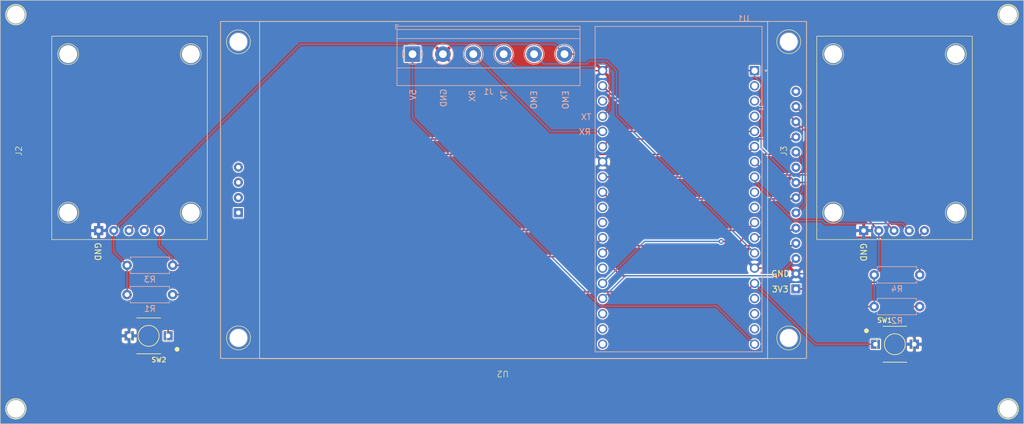
<source format=kicad_pcb>
(kicad_pcb (version 20221018) (generator pcbnew)
  (layers (0 "F.Cu" signal) (31 "B.Cu" signal) (34 "B.Paste" user) (35 "F.Paste" user) (36 "B.SilkS" user "B.Silkscreen") (37 "F.SilkS" user "F.Silkscreen") (38 "B.Mask" user) (39 "F.Mask" user) (44 "Edge.Cuts" user))
  (net 0 "")
  (net 1 "3V3")
  (net 2 "GND")
  (net 3 "RX")
  (net 4 "TX")
  (net 6 "5V")
  (net 9 "VRX1")
  (net 10 "VRY1")
  (net 11 "SWJ1")
  (net 12 "VRX2")
  (net 15 "VRY2")
  (net 16 "SWJ2")
  (net 17 "SW1")
  (net 21 "SW2")
  (net 23 "SDI")
  (net 24 "TCS")
  (net 25 "TD0")
  (net 28 "SCK")
  (net 29 "RESET")
  (net 31 "DC{slash}RS")
  (net 32 "CS")
  (net 42 "EMO0")
  (footprint "SW_FSM8JH:SW_FSM8JH_huella" (layer "F.Cu") (at 219.45 87.1)
    (fp_text reference "SW1" (at -1.71258 -4.01401) (layer "F.SilkS") (effects (font (size 0.801197 0.801197))))
    (fp_text value "SW_Push")
    (fp_line (start -3 -1) (end -3 1) (stroke (width 0.127)) (layer "F.SilkS"))
    (fp_line (start -2 -3) (end 2 -3) (stroke (width 0.127)) (layer "F.SilkS"))
    (fp_line (start -2 3) (end 2 3) (stroke (width 0.127)) (layer "F.SilkS"))
    (fp_line (start 3 -1) (end 3 1) (stroke (width 0.127)) (layer "F.SilkS"))
    (fp_circle (center -4.75 -2.25) (end -4.55 -2.25) (stroke (width 0.4)) (fill none) (layer "F.SilkS"))
    (fp_circle (center 0 0) (end 1.75 0) (stroke (width 0.127)) (fill none) (layer "F.SilkS"))
    (pad "1" thru_hole rect (at -3.25 0) (size 1.524 1.524) (drill 0.762) (layers "*.Cu" "*.Mask") (net 17 "SW1"))
    (pad "2" thru_hole rect (at 3.25 0) (size 1.524 1.524) (drill 0.762) (layers "*.Cu" "*.Mask") (net 2 "GND"))
  )
  (footprint "KY-023 huella:KY-023 Joystick-Module" (layer "F.Cu") (at 73.5 54.8 90)
    (fp_text reference "J2" (at 0 -0.5 90 unlocked) (layer "F.SilkS") (effects (font (thickness 0.1))))
    (fp_text value "KY-023")
    (fp_rect (start -14.8 5) (end 19.2 31) (stroke (width 0.1)) (fill none) (layer "F.SilkS"))
    (fp_circle (center -10.3 7.75) (end -8.55 7.75) (stroke (width 0.1)) (fill none) (layer "F.SilkS"))
    (fp_circle (center -10.3 28.25) (end -8.55 28.25) (stroke (width 0.1)) (fill none) (layer "F.SilkS"))
    (fp_circle (center 16.2 7.75) (end 17.95 7.75) (stroke (width 0.1)) (fill none) (layer "F.SilkS"))
    (fp_circle (center 16.2 28.25) (end 17.95 28.25) (stroke (width 0.1)) (fill none) (layer "F.SilkS"))
    (fp_circle (center -10.3 7.75) (end -8.8 7.75) (stroke (width 0.05)) (fill none) (layer "Edge.Cuts"))
    (fp_circle (center -10.3 28.25) (end -8.8 28.25) (stroke (width 0.05)) (fill none) (layer "Edge.Cuts"))
    (fp_circle (center 16.2 7.75) (end 17.7 7.75) (stroke (width 0.05)) (fill none) (layer "Edge.Cuts"))
    (fp_circle (center 16.2 28.25) (end 17.7 28.25) (stroke (width 0.05)) (fill none) (layer "Edge.Cuts"))
    (pad "1" thru_hole rect (at -13.3 12.84 90) (size 1.524 1.524) (drill 0.762) (layers "*.Cu" "*.Mask") (net 2 "GND"))
    (pad "2" thru_hole circle (at -13.3 15.38 90) (size 1.524 1.524) (drill 0.762) (layers "*.Cu" "*.Mask") (net 1 "3V3"))
    (pad "3" thru_hole circle (at -13.3 17.92 90) (size 1.524 1.524) (drill 0.762) (layers "*.Cu" "*.Mask") (net 9 "VRX1"))
    (pad "4" thru_hole circle (at -13.3 20.46 90) (size 1.524 1.524) (drill 0.762) (layers "*.Cu" "*.Mask") (net 10 "VRY1"))
    (pad "5" thru_hole circle (at -13.3 23 90) (size 1.524 1.524) (drill 0.762) (layers "*.Cu" "*.Mask") (net 11 "SWJ1"))
  )
  (footprint "ili9488_huella:TFT_ILI9488" (layer "F.Cu") (at 153.912 91.55 180)
    (fp_text reference "U2" (at 0 -0.5 180 unlocked) (layer "F.SilkS") (effects (font (thickness 0.1))))
    (fp_text value "TFT_ILI9488")
    (fp_rect (start -50.79 2.08) (end 47.2 58.42) (stroke (width 0.1)) (fill none) (layer "B.SilkS"))
    (fp_rect (start -50.78 2.08) (end 47.2 58.43) (stroke (width 0.1)) (fill none) (layer "F.SilkS"))
    (fp_rect (start -44.27 2.03) (end 40.66 58.42) (stroke (width 0.1)) (fill none) (layer "F.SilkS"))
    (fp_circle (center -47.8 5.5) (end -45.8 5.5) (stroke (width 0.1)) (fill none) (layer "F.SilkS"))
    (fp_circle (center -47.8 55.02) (end -45.8 55.02) (stroke (width 0.1)) (fill none) (layer "F.SilkS"))
    (fp_circle (center 44.19 5.51) (end 46.19 5.51) (stroke (width 0.1)) (fill none) (layer "F.SilkS"))
    (fp_circle (center 44.2 55) (end 46.2 55) (stroke (width 0.1)) (fill none) (layer "F.SilkS"))
    (fp_circle (center -47.8 5.5) (end -46.3 5.5) (stroke (width 0.05)) (fill none) (layer "Edge.Cuts"))
    (fp_circle (center -47.8 55.02) (end -46.3 55.02) (stroke (width 0.05)) (fill none) (layer "Edge.Cuts"))
    (fp_circle (center 44.19 5.51) (end 45.69 5.51) (stroke (width 0.05)) (fill none) (layer "Edge.Cuts"))
    (fp_circle (center 44.2 55) (end 45.7 55) (stroke (width 0.05)) (fill none) (layer "Edge.Cuts"))
    (pad "1" thru_hole rect (at -49 13.7 180) (size 1.524 1.524) (drill 0.762) (layers "*.Cu" "*.Mask") (net 1 "3V3"))
    (pad "2" thru_hole circle (at -49 16.24 180) (size 1.524 1.524) (drill 0.762) (layers "*.Cu" "*.Mask") (net 2 "GND"))
    (pad "3" thru_hole circle (at -49 18.78 180) (size 1.524 1.524) (drill 0.762) (layers "*.Cu" "*.Mask") (net 32 "CS"))
    (pad "4" thru_hole circle (at -49 21.32 180) (size 1.524 1.524) (drill 0.762) (layers "*.Cu" "*.Mask") (net 29 "RESET"))
    (pad "5" thru_hole circle (at -49 23.86 180) (size 1.524 1.524) (drill 0.762) (layers "*.Cu" "*.Mask") (net 31 "DC{slash}RS"))
    (pad "6" thru_hole circle (at -49 26.4 180) (size 1.524 1.524) (drill 0.762) (layers "*.Cu" "*.Mask") (net 23 "SDI"))
    (pad "7" thru_hole circle (at -49 28.94 180) (size 1.524 1.524) (drill 0.762) (layers "*.Cu" "*.Mask") (net 28 "SCK"))
    (pad "8" thru_hole circle (at -49 31.48 180) (size 1.524 1.524) (drill 0.762) (layers "*.Cu" "*.Mask") (net 1 "3V3"))
    (pad "9" thru_hole circle (at -49 34.02 180) (size 1.524 1.524) (drill 0.762) (layers "*.Cu" "*.Mask"))
    (pad "10" thru_hole circle (at -49 36.56 180) (size 1.524 1.524) (drill 0.762) (layers "*.Cu" "*.Mask") (net 28 "SCK"))
    (pad "11" thru_hole circle (at -49 39.1 180) (size 1.524 1.524) (drill 0.762) (layers "*.Cu" "*.Mask") (net 24 "TCS"))
    (pad "12" thru_hole circle (at -49 41.64 180) (size 1.524 1.524) (drill 0.762) (layers "*.Cu" "*.Mask") (net 23 "SDI"))
    (pad "13" thru_hole circle (at -49 44.18 180) (size 1.524 1.524) (drill 0.762) (layers "*.Cu" "*.Mask") (net 25 "TD0"))
    (pad "14" thru_hole circle (at -49 46.72 180) (size 1.524 1.524) (drill 0.762) (layers "*.Cu" "*.Mask"))
    (pad "15" thru_hole rect (at 44.212 26.43 180) (size 1.524 1.524) (drill 0.762) (layers "*.Cu" "*.Mask"))
    (pad "16" thru_hole circle (at 44.212 28.97 180) (size 1.524 1.524) (drill 0.762) (layers "*.Cu" "*.Mask"))
    (pad "17" thru_hole circle (at 44.212 31.51 180) (size 1.524 1.524) (drill 0.762) (layers "*.Cu" "*.Mask"))
    (pad "18" thru_hole circle (at 44.212 34.05 180) (size 1.524 1.524) (drill 0.762) (layers "*.Cu" "*.Mask"))
  )
  (footprint "SW_FSM8JH:SW_FSM8JH_huella" (layer "F.Cu") (at 94.7 85.6975 180)
    (fp_text reference "SW2" (at -1.71258 -4.01401) (layer "F.SilkS") (effects (font (size 0.801197 0.801197))))
    (fp_text value "SW_Push")
    (fp_line (start -3 -1) (end -3 1) (stroke (width 0.127)) (layer "F.SilkS"))
    (fp_line (start -2 -3) (end 2 -3) (stroke (width 0.127)) (layer "F.SilkS"))
    (fp_line (start -2 3) (end 2 3) (stroke (width 0.127)) (layer "F.SilkS"))
    (fp_line (start 3 -1) (end 3 1) (stroke (width 0.127)) (layer "F.SilkS"))
    (fp_circle (center -4.75 -2.25) (end -4.55 -2.25) (stroke (width 0.4)) (fill none) (layer "F.SilkS"))
    (fp_circle (center 0 0) (end 1.75 0) (stroke (width 0.127)) (fill none) (layer "F.SilkS"))
    (pad "1" thru_hole rect (at -3.25 0 180) (size 1.524 1.524) (drill 0.762) (layers "*.Cu" "*.Mask") (net 21 "SW2"))
    (pad "2" thru_hole rect (at 3.25 0 180) (size 1.524 1.524) (drill 0.762) (layers "*.Cu" "*.Mask") (net 2 "GND"))
  )
  (footprint "KY-023 huella:KY-023 Joystick-Module" (layer "F.Cu") (at 201.4 54.8 90)
    (fp_text reference "J3" (at 0 -0.5 90 unlocked) (layer "F.SilkS") (effects (font (thickness 0.1))))
    (fp_text value "KY-023")
    (fp_rect (start -14.8 5) (end 19.2 31) (stroke (width 0.1)) (fill none) (layer "F.SilkS"))
    (fp_circle (center -10.3 7.75) (end -8.55 7.75) (stroke (width 0.1)) (fill none) (layer "F.SilkS"))
    (fp_circle (center -10.3 28.25) (end -8.55 28.25) (stroke (width 0.1)) (fill none) (layer "F.SilkS"))
    (fp_circle (center 16.2 7.75) (end 17.95 7.75) (stroke (width 0.1)) (fill none) (layer "F.SilkS"))
    (fp_circle (center 16.2 28.25) (end 17.95 28.25) (stroke (width 0.1)) (fill none) (layer "F.SilkS"))
    (fp_circle (center -10.3 7.75) (end -8.8 7.75) (stroke (width 0.05)) (fill none) (layer "Edge.Cuts"))
    (fp_circle (center -10.3 28.25) (end -8.8 28.25) (stroke (width 0.05)) (fill none) (layer "Edge.Cuts"))
    (fp_circle (center 16.2 7.75) (end 17.7 7.75) (stroke (width 0.05)) (fill none) (layer "Edge.Cuts"))
    (fp_circle (center 16.2 28.25) (end 17.7 28.25) (stroke (width 0.05)) (fill none) (layer "Edge.Cuts"))
    (pad "1" thru_hole rect (at -13.3 12.84 90) (size 1.524 1.524) (drill 0.762) (layers "*.Cu" "*.Mask") (net 2 "GND"))
    (pad "2" thru_hole circle (at -13.3 15.38 90) (size 1.524 1.524) (drill 0.762) (layers "*.Cu" "*.Mask") (net 1 "3V3"))
    (pad "3" thru_hole circle (at -13.3 17.92 90) (size 1.524 1.524) (drill 0.762) (layers "*.Cu" "*.Mask") (net 12 "VRX2"))
    (pad "4" thru_hole circle (at -13.3 20.46 90) (size 1.524 1.524) (drill 0.762) (layers "*.Cu" "*.Mask") (net 15 "VRY2"))
    (pad "5" thru_hole circle (at -13.3 23 90) (size 1.524 1.524) (drill 0.762) (layers "*.Cu" "*.Mask") (net 16 "SWJ2"))
  )
  (footprint "ESP32-DEVKITC-32D:MODULE_ESP32-DEVKITC-32D" (layer "B.Cu") (at 183.3 61.12 180)
    (fp_text reference "U1" (at -10.829175 28.446045) (layer "B.SilkS") (effects (font (size 1.000386 1.000386)) (justify mirror)))
    (fp_text value "ESP32-DEVKITC-32D")
    (fp_line (start -13.95 -27.25) (end -13.95 27.15) (stroke (width 0.127)) (layer "B.SilkS"))
    (fp_line (start -13.95 27.15) (end 13.95 27.15) (stroke (width 0.127)) (layer "B.SilkS"))
    (fp_line (start 13.95 -27.25) (end -13.95 -27.25) (stroke (width 0.127)) (layer "B.SilkS"))
    (fp_line (start 13.95 27.15) (end 13.95 -27.25) (stroke (width 0.127)) (layer "B.SilkS"))
    (fp_circle (center -14.6 19.76) (end -14.5 19.76) (stroke (width 0.2)) (fill none) (layer "B.SilkS"))
    (pad "J2-1" thru_hole rect (at -12.7 19.76 180) (size 1.56 1.56) (drill 1.04) (layers "*.Cu" "*.Mask") (net 1 "3V3"))
    (pad "J2-2" thru_hole circle (at -12.7 17.22 180) (size 1.56 1.56) (drill 1.04) (layers "*.Cu" "*.Mask"))
    (pad "J2-3" thru_hole circle (at -12.7 14.68 180) (size 1.56 1.56) (drill 1.04) (layers "*.Cu" "*.Mask"))
    (pad "J2-4" thru_hole circle (at -12.7 12.14 180) (size 1.56 1.56) (drill 1.04) (layers "*.Cu" "*.Mask"))
    (pad "J2-5" thru_hole circle (at -12.7 9.6 180) (size 1.56 1.56) (drill 1.04) (layers "*.Cu" "*.Mask") (net 9 "VRX1"))
    (pad "J2-6" thru_hole circle (at -12.7 7.06 180) (size 1.56 1.56) (drill 1.04) (layers "*.Cu" "*.Mask") (net 10 "VRY1"))
    (pad "J2-7" thru_hole circle (at -12.7 4.52 180) (size 1.56 1.56) (drill 1.04) (layers "*.Cu" "*.Mask") (net 12 "VRX2"))
    (pad "J2-8" thru_hole circle (at -12.7 1.98 180) (size 1.56 1.56) (drill 1.04) (layers "*.Cu" "*.Mask") (net 15 "VRY2"))
    (pad "J2-9" thru_hole circle (at -12.7 -0.56 180) (size 1.56 1.56) (drill 1.04) (layers "*.Cu" "*.Mask"))
    (pad "J2-10" thru_hole circle (at -12.7 -3.1 180) (size 1.56 1.56) (drill 1.04) (layers "*.Cu" "*.Mask"))
    (pad "J2-11" thru_hole circle (at -12.7 -5.64 180) (size 1.56 1.56) (drill 1.04) (layers "*.Cu" "*.Mask") (net 11 "SWJ1"))
    (pad "J2-12" thru_hole circle (at -12.7 -8.18 180) (size 1.56 1.56) (drill 1.04) (layers "*.Cu" "*.Mask") (net 16 "SWJ2"))
    (pad "J2-13" thru_hole circle (at -12.7 -10.72 180) (size 1.56 1.56) (drill 1.04) (layers "*.Cu" "*.Mask") (net 42 "EMO0"))
    (pad "J2-14" thru_hole circle (at -12.7 -13.26 180) (size 1.56 1.56) (drill 1.04) (layers "*.Cu" "*.Mask") (net 2 "GND"))
    (pad "J2-15" thru_hole circle (at -12.7 -15.8 180) (size 1.56 1.56) (drill 1.04) (layers "*.Cu" "*.Mask") (net 17 "SW1"))
    (pad "J2-16" thru_hole circle (at -12.7 -18.34 180) (size 1.56 1.56) (drill 1.04) (layers "*.Cu" "*.Mask"))
    (pad "J2-17" thru_hole circle (at -12.7 -20.88 180) (size 1.56 1.56) (drill 1.04) (layers "*.Cu" "*.Mask"))
    (pad "J2-18" thru_hole circle (at -12.7 -23.42 180) (size 1.56 1.56) (drill 1.04) (layers "*.Cu" "*.Mask"))
    (pad "J2-19" thru_hole circle (at -12.7 -25.96 180) (size 1.56 1.56) (drill 1.04) (layers "*.Cu" "*.Mask") (net 6 "5V"))
    (pad "J3-1" thru_hole circle (at 12.7 19.76 180) (size 1.56 1.56) (drill 1.04) (layers "*.Cu" "*.Mask") (net 2 "GND"))
    (pad "J3-2" thru_hole circle (at 12.7 17.22 180) (size 1.56 1.56) (drill 1.04) (layers "*.Cu" "*.Mask") (net 23 "SDI"))
    (pad "J3-3" thru_hole circle (at 12.7 14.68 180) (size 1.56 1.56) (drill 1.04) (layers "*.Cu" "*.Mask"))
    (pad "J3-4" thru_hole circle (at 12.7 12.14 180) (size 1.56 1.56) (drill 1.04) (layers "*.Cu" "*.Mask") (net 4 "TX"))
    (pad "J3-5" thru_hole circle (at 12.7 9.6 180) (size 1.56 1.56) (drill 1.04) (layers "*.Cu" "*.Mask") (net 3 "RX"))
    (pad "J3-6" thru_hole circle (at 12.7 7.06 180) (size 1.56 1.56) (drill 1.04) (layers "*.Cu" "*.Mask") (net 24 "TCS"))
    (pad "J3-7" thru_hole circle (at 12.7 4.52 180) (size 1.56 1.56) (drill 1.04) (layers "*.Cu" "*.Mask") (net 2 "GND"))
    (pad "J3-8" thru_hole circle (at 12.7 1.98 180) (size 1.56 1.56) (drill 1.04) (layers "*.Cu" "*.Mask") (net 25 "TD0"))
    (pad "J3-9" thru_hole circle (at 12.7 -0.56 180) (size 1.56 1.56) (drill 1.04) (layers "*.Cu" "*.Mask") (net 28 "SCK"))
    (pad "J3-10" thru_hole circle (at 12.7 -3.1 180) (size 1.56 1.56) (drill 1.04) (layers "*.Cu" "*.Mask"))
    (pad "J3-11" thru_hole circle (at 12.7 -5.64 180) (size 1.56 1.56) (drill 1.04) (layers "*.Cu" "*.Mask"))
    (pad "J3-12" thru_hole circle (at 12.7 -8.18 180) (size 1.56 1.56) (drill 1.04) (layers "*.Cu" "*.Mask") (net 21 "SW2"))
    (pad "J3-13" thru_hole circle (at 12.7 -10.72 180) (size 1.56 1.56) (drill 1.04) (layers "*.Cu" "*.Mask") (net 29 "RESET"))
    (pad "J3-14" thru_hole circle (at 12.7 -13.26 180) (size 1.56 1.56) (drill 1.04) (layers "*.Cu" "*.Mask"))
    (pad "J3-15" thru_hole circle (at 12.7 -15.8 180) (size 1.56 1.56) (drill 1.04) (layers "*.Cu" "*.Mask") (net 31 "DC{slash}RS"))
    (pad "J3-16" thru_hole circle (at 12.7 -18.34 180) (size 1.56 1.56) (drill 1.04) (layers "*.Cu" "*.Mask") (net 32 "CS"))
    (pad "J3-17" thru_hole circle (at 12.7 -20.88 180) (size 1.56 1.56) (drill 1.04) (layers "*.Cu" "*.Mask"))
    (pad "J3-18" thru_hole circle (at 12.7 -23.42 180) (size 1.56 1.56) (drill 1.04) (layers "*.Cu" "*.Mask"))
    (pad "J3-19" thru_hole circle (at 12.7 -25.96 180) (size 1.56 1.56) (drill 1.04) (layers "*.Cu" "*.Mask"))
  )
  (footprint "Resistor_THT:R_Axial_DIN0207_L6.3mm_D2.5mm_P7.62mm_Horizontal" (layer "B.Cu") (at 91.1 73.9)
    (fp_text reference "R3" (at 3.81 2.37) (layer "B.SilkS") (effects (justify mirror)))
    (fp_text value "R")
    (fp_line (start 0.54 -1.37) (end 7.08 -1.37) (stroke (width 0.12)) (layer "B.SilkS"))
    (fp_line (start 0.54 -1.04) (end 0.54 -1.37) (stroke (width 0.12)) (layer "B.SilkS"))
    (fp_line (start 0.54 1.04) (end 0.54 1.37) (stroke (width 0.12)) (layer "B.SilkS"))
    (fp_line (start 0.54 1.37) (end 7.08 1.37) (stroke (width 0.12)) (layer "B.SilkS"))
    (fp_line (start 7.08 -1.37) (end 7.08 -1.04) (stroke (width 0.12)) (layer "B.SilkS"))
    (fp_line (start 7.08 1.37) (end 7.08 1.04) (stroke (width 0.12)) (layer "B.SilkS"))
    (pad "1" thru_hole circle (at 0 0) (size 1.6 1.6) (drill 0.8) (layers "*.Cu" "*.Mask") (net 1 "3V3"))
    (pad "2" thru_hole oval (at 7.62 0) (size 1.6 1.6) (drill 0.8) (layers "*.Cu" "*.Mask") (net 11 "SWJ1"))
  )
  (footprint "Resistor_THT:R_Axial_DIN0207_L6.3mm_D2.5mm_P7.62mm_Horizontal" (layer "B.Cu") (at 215.99 80.8)
    (fp_text reference "R2" (at 3.81 2.37) (layer "B.SilkS") (effects (justify mirror)))
    (fp_text value "R")
    (fp_line (start 0.54 -1.37) (end 7.08 -1.37) (stroke (width 0.12)) (layer "B.SilkS"))
    (fp_line (start 0.54 -1.04) (end 0.54 -1.37) (stroke (width 0.12)) (layer "B.SilkS"))
    (fp_line (start 0.54 1.04) (end 0.54 1.37) (stroke (width 0.12)) (layer "B.SilkS"))
    (fp_line (start 0.54 1.37) (end 7.08 1.37) (stroke (width 0.12)) (layer "B.SilkS"))
    (fp_line (start 7.08 -1.37) (end 7.08 -1.04) (stroke (width 0.12)) (layer "B.SilkS"))
    (fp_line (start 7.08 1.37) (end 7.08 1.04) (stroke (width 0.12)) (layer "B.SilkS"))
    (pad "1" thru_hole circle (at 0 0) (size 1.6 1.6) (drill 0.8) (layers "*.Cu" "*.Mask") (net 1 "3V3"))
    (pad "2" thru_hole oval (at 7.62 0) (size 1.6 1.6) (drill 0.8) (layers "*.Cu" "*.Mask") (net 21 "SW2"))
  )
  (footprint "Resistor_THT:R_Axial_DIN0207_L6.3mm_D2.5mm_P7.62mm_Horizontal" (layer "B.Cu") (at 216 75.5)
    (fp_text reference "R4" (at 3.81 2.37 -360) (layer "B.SilkS") (effects (justify mirror)))
    (fp_text value "R")
    (fp_line (start 0.54 -1.37) (end 7.08 -1.37) (stroke (width 0.12)) (layer "B.SilkS"))
    (fp_line (start 0.54 -1.04) (end 0.54 -1.37) (stroke (width 0.12)) (layer "B.SilkS"))
    (fp_line (start 0.54 1.04) (end 0.54 1.37) (stroke (width 0.12)) (layer "B.SilkS"))
    (fp_line (start 0.54 1.37) (end 7.08 1.37) (stroke (width 0.12)) (layer "B.SilkS"))
    (fp_line (start 7.08 -1.37) (end 7.08 -1.04) (stroke (width 0.12)) (layer "B.SilkS"))
    (fp_line (start 7.08 1.37) (end 7.08 1.04) (stroke (width 0.12)) (layer "B.SilkS"))
    (pad "1" thru_hole circle (at 0 0) (size 1.6 1.6) (drill 0.8) (layers "*.Cu" "*.Mask") (net 1 "3V3"))
    (pad "2" thru_hole oval (at 7.62 0) (size 1.6 1.6) (drill 0.8) (layers "*.Cu" "*.Mask") (net 16 "SWJ2"))
  )
  (footprint "Resistor_THT:R_Axial_DIN0207_L6.3mm_D2.5mm_P7.62mm_Horizontal" (layer "B.Cu") (at 91.09 78.8)
    (fp_text reference "R1" (at 3.81 2.37) (layer "B.SilkS") (effects (justify mirror)))
    (fp_text value "R")
    (fp_line (start 0.54 -1.37) (end 7.08 -1.37) (stroke (width 0.12)) (layer "B.SilkS"))
    (fp_line (start 0.54 -1.04) (end 0.54 -1.37) (stroke (width 0.12)) (layer "B.SilkS"))
    (fp_line (start 0.54 1.04) (end 0.54 1.37) (stroke (width 0.12)) (layer "B.SilkS"))
    (fp_line (start 0.54 1.37) (end 7.08 1.37) (stroke (width 0.12)) (layer "B.SilkS"))
    (fp_line (start 7.08 -1.37) (end 7.08 -1.04) (stroke (width 0.12)) (layer "B.SilkS"))
    (fp_line (start 7.08 1.37) (end 7.08 1.04) (stroke (width 0.12)) (layer "B.SilkS"))
    (pad "1" thru_hole circle (at 0 0) (size 1.6 1.6) (drill 0.8) (layers "*.Cu" "*.Mask") (net 1 "3V3"))
    (pad "2" thru_hole oval (at 7.62 0) (size 1.6 1.6) (drill 0.8) (layers "*.Cu" "*.Mask") (net 17 "SW1"))
  )
  (footprint "TerminalBlock_Phoenix:TerminalBlock_Phoenix_MKDS-1,5-6-5.08_1x06_P5.08mm_Horizontal" (layer "B.Cu") (at 138.82 38.6)
    (fp_text reference "J1" (at 12.7 6.26 180) (layer "B.SilkS") (effects (justify mirror)))
    (fp_text value "Screw_Terminal_01x04")
    (fp_line (start -2.84 -4.9) (end -2.34 -4.9) (stroke (width 0.12)) (layer "B.SilkS"))
    (fp_line (start -2.84 -4.16) (end -2.84 -4.9) (stroke (width 0.12)) (layer "B.SilkS"))
    (fp_line (start -2.6 -4.66) (end 28 -4.66) (stroke (width 0.12)) (layer "B.SilkS"))
    (fp_line (start -2.6 -4.1) (end 28 -4.1) (stroke (width 0.12)) (layer "B.SilkS"))
    (fp_line (start -2.6 -2.6) (end 28 -2.6) (stroke (width 0.12)) (layer "B.SilkS"))
    (fp_line (start -2.6 2.301) (end 28 2.301) (stroke (width 0.12)) (layer "B.SilkS"))
    (fp_line (start -2.6 5.261) (end -2.6 -4.66) (stroke (width 0.12)) (layer "B.SilkS"))
    (fp_line (start -2.6 5.261) (end 28 5.261) (stroke (width 0.12)) (layer "B.SilkS"))
    (fp_line (start 3.853 -1.023) (end 3.806 -1.069) (stroke (width 0.12)) (layer "B.SilkS"))
    (fp_line (start 4.046 -1.239) (end 4.011 -1.274) (stroke (width 0.12)) (layer "B.SilkS"))
    (fp_line (start 6.15 1.275) (end 6.115 1.239) (stroke (width 0.12)) (layer "B.SilkS"))
    (fp_line (start 6.355 1.069) (end 6.308 1.023) (stroke (width 0.12)) (layer "B.SilkS"))
    (fp_line (start 8.933 -1.023) (end 8.886 -1.069) (stroke (width 0.12)) (layer "B.SilkS"))
    (fp_line (start 9.126 -1.239) (end 9.091 -1.274) (stroke (width 0.12)) (layer "B.SilkS"))
    (fp_line (start 11.23 1.275) (end 11.195 1.239) (stroke (width 0.12)) (layer "B.SilkS"))
    (fp_line (start 11.435 1.069) (end 11.388 1.023) (stroke (width 0.12)) (layer "B.SilkS"))
    (fp_line (start 14.013 -1.023) (end 13.966 -1.069) (stroke (width 0.12)) (layer "B.SilkS"))
    (fp_line (start 14.206 -1.239) (end 14.171 -1.274) (stroke (width 0.12)) (layer "B.SilkS"))
    (fp_line (start 16.31 1.275) (end 16.275 1.239) (stroke (width 0.12)) (layer "B.SilkS"))
    (fp_line (start 16.515 1.069) (end 16.468 1.023) (stroke (width 0.12)) (layer "B.SilkS"))
    (fp_line (start 19.093 -1.023) (end 19.046 -1.069) (stroke (width 0.12)) (layer "B.SilkS"))
    (fp_line (start 19.286 -1.239) (end 19.251 -1.274) (stroke (width 0.12)) (layer "B.SilkS"))
    (fp_line (start 21.39 1.275) (end 21.355 1.239) (stroke (width 0.12)) (layer "B.SilkS"))
    (fp_line (start 21.595 1.069) (end 21.548 1.023) (stroke (width 0.12)) (layer "B.SilkS"))
    (fp_line (start 24.173 -1.023) (end 24.126 -1.069) (stroke (width 0.12)) (layer "B.SilkS"))
    (fp_line (start 24.366 -1.239) (end 24.331 -1.274) (stroke (width 0.12)) (layer "B.SilkS"))
    (fp_line (start 26.47 1.275) (end 26.435 1.239) (stroke (width 0.12)) (layer "B.SilkS"))
    (fp_line (start 26.675 1.069) (end 26.628 1.023) (stroke (width 0.12)) (layer "B.SilkS"))
    (fp_line (start 28 5.261) (end 28 -4.66) (stroke (width 0.12)) (layer "B.SilkS"))
    (fp_arc (start -1.535 0.684) (mid -1.680501 0.000524) (end -1.535427 -0.683042) (stroke (width 0.12)) (layer "B.SilkS"))
    (fp_arc (start -0.684 -1.535) (mid -0.335551 -1.646659) (end 0.028805 -1.680253) (stroke (width 0.12)) (layer "B.SilkS"))
    (fp_arc (start 0 -1.68) (mid 0.349292 -1.643288) (end 0.683318 -1.534756) (stroke (width 0.12)) (layer "B.SilkS"))
    (fp_arc (start 0.684 1.535) (mid 0.000524 1.680501) (end -0.683042 1.535427) (stroke (width 0.12)) (layer "B.SilkS"))
    (fp_arc (start 1.535 -0.684) (mid 1.6805 -0.000524) (end 1.535427 0.683042) (stroke (width 0.12)) (layer "B.SilkS"))
    (fp_circle (center 5.08 0) (end 6.76 0) (stroke (width 0.12)) (fill none) (layer "B.SilkS"))
    (fp_circle (center 10.16 0) (end 11.84 0) (stroke (width 0.12)) (fill none) (layer "B.SilkS"))
    (fp_circle (center 15.24 0) (end 16.92 0) (stroke (width 0.12)) (fill none) (layer "B.SilkS"))
    (fp_circle (center 20.32 0) (end 22 0) (stroke (width 0.12)) (fill none) (layer "B.SilkS"))
    (fp_circle (center 25.4 0) (end 27.08 0) (stroke (width 0.12)) (fill none) (layer "B.SilkS"))
    (pad "1" thru_hole rect (at 0 0) (size 2.6 2.6) (drill 1.3) (layers "*.Cu" "*.Mask") (net 6 "5V"))
    (pad "2" thru_hole circle (at 5.08 0) (size 2.6 2.6) (drill 1.3) (layers "*.Cu" "*.Mask") (net 2 "GND"))
    (pad "3" thru_hole circle (at 10.16 0) (size 2.6 2.6) (drill 1.3) (layers "*.Cu" "*.Mask") (net 3 "RX"))
    (pad "4" thru_hole circle (at 15.24 0) (size 2.6 2.6) (drill 1.3) (layers "*.Cu" "*.Mask") (net 4 "TX"))
    (pad "5" thru_hole circle (at 20.32 0) (size 2.6 2.6) (drill 1.3) (layers "*.Cu" "*.Mask") (net 42 "EMO0"))
    (pad "6" thru_hole circle (at 25.4 0) (size 2.6 2.6) (drill 1.3) (layers "*.Cu" "*.Mask") (net 1 "3V3"))
  )
  (gr_circle (center 238.4 32) (end 240.1 32) (stroke (width 0.15)) (fill none) (layer "F.SilkS"))
  (gr_circle (center 238.4 97.9) (end 240.1 97.9) (stroke (width 0.15)) (fill none) (layer "F.SilkS"))
  (gr_circle (center 72.5 32) (end 74.2 32) (stroke (width 0.15)) (fill none) (layer "F.SilkS"))
  (gr_circle (center 72.5 97.9) (end 74.2 97.9) (stroke (width 0.15)) (fill none) (layer "F.SilkS"))
  (gr_circle (center 72.5 97.9) (end 74 97.9) (stroke (width 0.1)) (fill none) (layer "Edge.Cuts"))
  (gr_circle (center 72.5 32) (end 74 32) (stroke (width 0.1)) (fill none) (layer "Edge.Cuts"))
  (gr_circle (center 238.4 32) (end 239.9 32) (stroke (width 0.1)) (fill none) (layer "Edge.Cuts"))
  (gr_circle (center 238.4 97.9) (end 239.9 97.9) (stroke (width 0.1)) (fill none) (layer "Edge.Cuts"))
  (gr_rect (start 69.9 29.6) (end 241 100.4) (stroke (width 0.1)) (fill none) (layer "Edge.Cuts"))
  (gr_text "GND" (at 144.6 44.3 90) (layer "B.SilkS") (effects (font (size 1 1)) (justify left bottom mirror)))
  (gr_text "EMO" (at 159.7 44.6 90) (layer "B.SilkS") (effects (font (size 1 1)) (justify left bottom mirror)))
  (gr_text "TX" (at 154.7 44.5 90) (layer "B.SilkS") (effects (font (size 1 1)) (justify left bottom mirror)))
  (gr_text "5V" (at 139.5 44.4 90) (layer "B.SilkS") (effects (font (size 1 1)) (justify left bottom mirror)))
  (gr_text "RX" (at 149.4 44.5 90) (layer "B.SilkS") (effects (font (size 1 1)) (justify left bottom mirror)))
  (gr_text "TX" (at 168.8 49.7) (layer "B.SilkS") (effects (font (size 1 1)) (justify left bottom mirror)))
  (gr_text "EMO" (at 165 44.6 90) (layer "B.SilkS") (effects (font (size 1 1)) (justify left bottom mirror)))
  (gr_text "RX" (at 168.7 52.2) (layer "B.SilkS") (effects (font (size 1 1)) (justify left bottom mirror)))
  (gr_text "GND" (at 213.6 70.1 -90) (layer "F.SilkS") (effects (font (size 1 1)) (justify left bottom)))
  (gr_text "3V3" (at 198.8 78.5) (layer "F.SilkS") (effects (font (size 1 1)) (justify left bottom)))
  (gr_text "GND" (at 198.7 75.9) (layer "F.SilkS") (effects (font (size 1 1)) (justify left bottom)))
  (gr_text "GND" (at 85.6 70 -90) (layer "F.SilkS") (effects (font (size 1 1)) (justify left bottom)))
  (segment (start 202.912 60.07) (end 208.75 60.07) (width 0.25) (layer "F.Cu") (net 1))
  (segment (start 206.9509 80.8) (end 204.0009 77.85) (width 0.25) (layer "F.Cu") (net 1))
  (segment (start 215.99 80.8) (end 206.9509 80.8) (width 0.25) (layer "F.Cu") (net 1))
  (segment (start 196 41.36) (end 194.8931 41.36) (width 0.25) (layer "F.Cu") (net 1))
  (segment (start 192.1331 38.6) (end 164.22 38.6) (width 0.25) (layer "F.Cu") (net 1))
  (segment (start 208.75 60.07) (end 216.78 68.1) (width 0.25) (layer "F.Cu") (net 1))
  (segment (start 194.8931 41.36) (end 192.1331 38.6) (width 0.25) (layer "F.Cu") (net 1))
  (segment (start 202.912 77.85) (end 204.0009 77.85) (width 0.25) (layer "F.Cu") (net 1))
  (segment (start 197.1069 43.4353) (end 197.1069 54.2649) (width 0.25) (layer "B.Cu") (net 1))
  (segment (start 197.1069 54.2649) (end 202.912 60.07) (width 0.25) (layer "B.Cu") (net 1))
  (segment (start 91.1 78.79) (end 91.1 73.9) (width 0.25) (layer "B.Cu") (net 1))
  (segment (start 216.78 68.1) (end 216.78 74.72) (width 0.25) (layer "B.Cu") (net 1))
  (segment (start 91.1 73.9) (end 88.88 71.68) (width 0.25) (layer "B.Cu") (net 1))
  (segment (start 216.78 74.72) (end 216 75.5) (width 0.25) (layer "B.Cu") (net 1))
  (segment (start 120.0247 36.9553) (end 162.5753 36.9553) (width 0.25) (layer "B.Cu") (net 1))
  (segment (start 91.09 78.8) (end 91.1 78.79) (width 0.25) (layer "B.Cu") (net 1))
  (segment (start 196.1385 42.4669) (end 197.1069 43.4353) (width 0.25) (layer "B.Cu") (net 1))
  (segment (start 196 42.4669) (end 196.1385 42.4669) (width 0.25) (layer "B.Cu") (net 1))
  (segment (start 215.99 75.51) (end 216 75.5) (width 0.25) (layer "B.Cu") (net 1))
  (segment (start 88.88 71.68) (end 88.88 68.1) (width 0.25) (layer "B.Cu") (net 1))
  (segment (start 196 41.36) (end 196 42.4669) (width 0.25) (layer "B.Cu") (net 1))
  (segment (start 88.88 68.1) (end 120.0247 36.9553) (width 0.25) (layer "B.Cu") (net 1))
  (segment (start 162.5753 36.9553) (end 164.22 38.6) (width 0.25) (layer "B.Cu") (net 1))
  (segment (start 215.99 80.8) (end 215.99 75.51) (width 0.25) (layer "B.Cu") (net 1))
  (segment (start 135.0435 47.4565) (end 107.9664 47.4565) (width 0.25) (layer "F.Cu") (net 2))
  (segment (start 107.9664 47.4565) (end 87.4289 67.994) (width 0.25) (layer "F.Cu") (net 2))
  (segment (start 86.34 68.1) (end 87.4289 68.1) (width 0.25) (layer "F.Cu") (net 2))
  (segment (start 143.9 38.6) (end 135.0435 47.4565) (width 0.25) (layer "F.Cu") (net 2))
  (segment (start 201.982 74.38) (end 202.912 75.31) (width 0.25) (layer "F.Cu") (net 2))
  (segment (start 196 74.38) (end 201.982 74.38) (width 0.25) (layer "F.Cu") (net 2))
  (segment (start 170.6 41.36) (end 146.66 41.36) (width 0.25) (layer "F.Cu") (net 2))
  (segment (start 146.66 41.36) (end 143.9 38.6) (width 0.25) (layer "F.Cu") (net 2))
  (segment (start 87.4289 67.994) (end 87.4289 68.1) (width 0.25) (layer "F.Cu") (net 2))
  (segment (start 207.3862 73.8649) (end 220.6213 87.1) (width 0.25) (layer "B.Cu") (net 2))
  (segment (start 177.1131 55.4931) (end 196 74.38) (width 0.25) (layer "B.Cu") (net 2))
  (segment (start 170.6 41.36) (end 169.4625 42.4975) (width 0.25) (layer "B.Cu") (net 2))
  (segment (start 171.7069 55.4931) (end 170.6 56.6) (width 0.25) (layer "B.Cu") (net 2))
  (segment (start 207.3862 73.8649) (end 213.1511 68.1) (width 0.25) (layer "B.Cu") (net 2))
  (segment (start 214.24 68.1) (end 213.1511 68.1) (width 0.25) (layer "B.Cu") (net 2))
  (segment (start 170.2981 50.25) (end 170.9138 50.25) (width 0.25) (layer "B.Cu") (net 2))
  (segment (start 86.34 79.4986) (end 91.45 84.6086) (width 0.25) (layer "B.Cu") (net 2))
  (segment (start 169.4625 42.4975) (end 169.4625 49.4144) (width 0.25) (layer "B.Cu") (net 2))
  (segment (start 91.45 85.6975) (end 91.45 84.6086) (width 0.25) (layer "B.Cu") (net 2))
  (segment (start 171.7069 55.4931) (end 177.1131 55.4931) (width 0.25) (layer "B.Cu") (net 2))
  (segment (start 171.7069 51.0431) (end 171.7069 55.4931) (width 0.25) (layer "B.Cu") (net 2))
  (segment (start 169.4625 49.4144) (end 170.2981 50.25) (width 0.25) (layer "B.Cu") (net 2))
  (segment (start 220.6213 87.1) (end 222.7 87.1) (width 0.25) (layer "B.Cu") (net 2))
  (segment (start 86.34 68.1) (end 86.34 79.4986) (width 0.25) (layer "B.Cu") (net 2))
  (segment (start 170.9138 50.25) (end 171.7069 51.0431) (width 0.25) (layer "B.Cu") (net 2))
  (segment (start 202.912 75.31) (end 205.9411 75.31) (width 0.25) (layer "B.Cu") (net 2))
  (segment (start 205.9411 75.31) (end 207.3862 73.8649) (width 0.25) (layer "B.Cu") (net 2))
  (segment (start 161.9 51.52) (end 170.6 51.52) (width 0.25) (layer "B.Cu") (net 3))
  (segment (start 148.98 38.6) (end 161.9 51.52) (width 0.25) (layer "B.Cu") (net 3))
  (segment (start 171.7358 47.8442) (end 170.6 48.98) (width 0.25) (layer "B.Cu") (net 4))
  (segment (start 169.0149 40.7052) (end 169.4801 40.24) (width 0.25) (layer "B.Cu") (net 4))
  (segment (start 171.0853 40.24) (end 171.7358 40.8905) (width 0.25) (layer "B.Cu") (net 4))
  (segment (start 154.06 38.6) (end 156.1652 40.7052) (width 0.25) (layer "B.Cu") (net 4))
  (segment (start 169.4801 40.24) (end 171.0853 40.24) (width 0.25) (layer "B.Cu") (net 4))
  (segment (start 156.1652 40.7052) (end 169.0149 40.7052) (width 0.25) (layer "B.Cu") (net 4))
  (segment (start 171.7358 40.8905) (end 171.7358 47.8442) (width 0.25) (layer "B.Cu") (net 4))
  (segment (start 138.82 49.2508) (end 138.82 38.6) (width 0.25) (layer "B.Cu") (net 6))
  (segment (start 170.2992 80.73) (end 138.82 49.2508) (width 0.25) (layer "B.Cu") (net 6))
  (segment (start 196 87.08) (end 189.65 80.73) (width 0.25) (layer "B.Cu") (net 6))
  (segment (start 189.65 80.73) (end 170.2992 80.73) (width 0.25) (layer "B.Cu") (net 6))
  (segment (start 106.73 52.79) (end 91.42 68.1) (width 0.25) (layer "F.Cu") (net 9))
  (segment (start 171.2353 52.79) (end 106.73 52.79) (width 0.25) (layer "F.Cu") (net 9))
  (segment (start 196 51.52) (end 172.5053 51.52) (width 0.25) (layer "F.Cu") (net 9))
  (segment (start 172.5053 51.52) (end 171.2353 52.79) (width 0.25) (layer "F.Cu") (net 9))
  (segment (start 194.6951 55.3649) (end 196 54.06) (width 0.25) (layer "F.Cu") (net 10))
  (segment (start 106.6951 55.3649) (end 194.6951 55.3649) (width 0.25) (layer "F.Cu") (net 10))
  (segment (start 93.96 68.1) (end 106.6951 55.3649) (width 0.25) (layer "F.Cu") (net 10))
  (segment (start 105.6819 68.065) (end 99.8469 73.9) (width 0.25) (layer "F.Cu") (net 11))
  (segment (start 196 66.76) (end 194.695 68.065) (width 0.25) (layer "F.Cu") (net 11))
  (segment (start 98.72 73.9) (end 99.8469 73.9) (width 0.25) (layer "F.Cu") (net 11))
  (segment (start 194.695 68.065) (end 105.6819 68.065) (width 0.25) (layer "F.Cu") (net 11))
  (segment (start 98.72 73.9) (end 98.72 72.7731) (width 0.25) (layer "B.Cu") (net 11))
  (segment (start 96.5 70.5531) (end 96.5 68.1) (width 0.25) (layer "B.Cu") (net 11))
  (segment (start 98.72 72.7731) (end 96.5 70.5531) (width 0.25) (layer "B.Cu") (net 11))
  (segment (start 196 56.6) (end 198.2 58.8) (width 0.25) (layer "F.Cu") (net 12))
  (segment (start 198.2 58.8) (end 210.02 58.8) (width 0.25) (layer "F.Cu") (net 12))
  (segment (start 210.02 58.8) (end 219.32 68.1) (width 0.25) (layer "F.Cu") (net 12))
  (segment (start 207.2702 66.42) (end 207.7886 66.9384) (width 0.25) (layer "B.Cu") (net 15))
  (segment (start 196 59.14) (end 196 59.7968) (width 0.25) (layer "B.Cu") (net 15))
  (segment (start 202.6232 66.42) (end 207.2702 66.42) (width 0.25) (layer "B.Cu") (net 15))
  (segment (start 220.6984 66.9384) (end 221.86 68.1) (width 0.25) (layer "B.Cu") (net 15))
  (segment (start 196 59.7968) (end 202.6232 66.42) (width 0.25) (layer "B.Cu") (net 15))
  (segment (start 207.7886 66.9384) (end 220.6984 66.9384) (width 0.25) (layer "B.Cu") (net 15))
  (segment (start 212.0739 69.1963) (end 223.3037 69.1963) (width 0.25) (layer "F.Cu") (net 16))
  (segment (start 223.3037 69.1963) (end 224.4 68.1) (width 0.25) (layer "F.Cu") (net 16))
  (segment (start 196.17 69.13) (end 212.0076 69.13) (width 0.25) (layer "F.Cu") (net 16))
  (segment (start 223.62 69.5126) (end 223.3037 69.1963) (width 0.25) (layer "F.Cu") (net 16))
  (segment (start 212.0076 69.13) (end 212.0739 69.1963) (width 0.25) (layer "F.Cu") (net 16))
  (segment (start 223.62 75.5) (end 223.62 69.5126) (width 0.25) (layer "F.Cu") (net 16))
  (segment (start 196 69.3) (end 196.17 69.13) (width 0.25) (layer "F.Cu") (net 16))
  (segment (start 194.5869 78.3331) (end 100.3038 78.3331) (width 0.25) (layer "F.Cu") (net 17))
  (segment (start 100.3038 78.3331) (end 99.8369 78.8) (width 0.25) (layer "F.Cu") (net 17))
  (segment (start 98.71 78.8) (end 99.8369 78.8) (width 0.25) (layer "F.Cu") (net 17))
  (segment (start 196 76.92) (end 194.5869 78.3331) (width 0.25) (layer "F.Cu") (net 17))
  (segment (start 206.18 87.1) (end 216.2 87.1) (width 0.25) (layer "B.Cu") (net 17))
  (segment (start 196 76.92) (end 206.18 87.1) (width 0.25) (layer "B.Cu") (net 17))
  (segment (start 97.5538 84.2124) (end 97.5538 78.3281) (width 0.25) (layer "F.Cu") (net 21))
  (segment (start 200.1786 76.7393) (end 199.0893 75.65) (width 0.25) (layer "F.Cu") (net 21))
  (segment (start 171.0902 73.11) (end 170.1342 73.11) (width 0.25) (layer "F.Cu") (net 21))
  (segment (start 223.61 80.8) (end 222.4831 80.8) (width 0.25) (layer "F.Cu") (net 21))
  (segment (start 97.5538 78.3281) (end 103.4186 72.4633) (width 0.25) (layer "F.Cu") (net 21))
  (segment (start 169.4875 70.4125) (end 170.6 69.3) (width 0.25) (layer "F.Cu") (net 21))
  (segment (start 170.1342 73.11) (end 169.4875 72.4633) (width 0.25) (layer "F.Cu") (net 21))
  (segment (start 169.4875 72.4633) (end 169.4875 70.4125) (width 0.25) (layer "F.Cu") (net 21))
  (segment (start 218.4224 76.7393) (end 200.1786 76.7393) (width 0.25) (layer "F.Cu") (net 21))
  (segment (start 97.95 85.6975) (end 97.95 84.6086) (width 0.25) (layer "F.Cu") (net 21))
  (segment (start 97.95 84.6086) (end 97.5538 84.2124) (width 0.25) (layer "F.Cu") (net 21))
  (segment (start 173.6302 75.65) (end 171.0902 73.11) (width 0.25) (layer "F.Cu") (net 21))
  (segment (start 103.4186 72.4633) (end 169.4875 72.4633) (width 0.25) (layer "F.Cu") (net 21))
  (segment (start 222.4831 80.8) (end 218.4224 76.7393) (width 0.25) (layer "F.Cu") (net 21))
  (segment (start 199.0893 75.65) (end 173.6302 75.65) (width 0.25) (layer "F.Cu") (net 21))
  (segment (start 170.6 43.9) (end 174.2506 47.5506) (width 0.25) (layer "F.Cu") (net 23))
  (segment (start 200.5526 47.5506) (end 202.912 49.91) (width 0.25) (layer "F.Cu") (net 23))
  (segment (start 174.2506 47.5506) (end 200.5526 47.5506) (width 0.25) (layer "F.Cu") (net 23))
  (segment (start 202.912 65.15) (end 204.4533 63.6087) (width 0.25) (layer "B.Cu") (net 23))
  (segment (start 204.4533 63.6087) (end 204.4533 51.4513) (width 0.25) (layer "B.Cu") (net 23))
  (segment (start 204.4533 51.4513) (end 202.912 49.91) (width 0.25) (layer "B.Cu") (net 23))
  (segment (start 202.572 52.79) (end 202.912 52.45) (width 0.25) (layer "F.Cu") (net 24))
  (segment (start 170.6 54.06) (end 170.6044 54.06) (width 0.25) (layer "F.Cu") (net 24))
  (segment (start 170.6044 54.06) (end 171.8744 52.79) (width 0.25) (layer "F.Cu") (net 24))
  (segment (start 171.8744 52.79) (end 202.572 52.79) (width 0.25) (layer "F.Cu") (net 24))
  (segment (start 199.1608 55.33) (end 200.7708 53.72) (width 0.25) (layer "F.Cu") (net 25))
  (segment (start 170.6 59.14) (end 191.6418 59.14) (width 0.25) (layer "F.Cu") (net 25))
  (segment (start 203.2143 53.72) (end 204.0051 52.9292) (width 0.25) (layer "F.Cu") (net 25))
  (segment (start 200.7708 53.72) (end 203.2143 53.72) (width 0.25) (layer "F.Cu") (net 25))
  (segment (start 191.6418 59.14) (end 195.4518 55.33) (width 0.25) (layer "F.Cu") (net 25))
  (segment (start 195.4518 55.33) (end 199.1608 55.33) (width 0.25) (layer "F.Cu") (net 25))
  (segment (start 204.0051 48.4631) (end 202.912 47.37) (width 0.25) (layer "F.Cu") (net 25))
  (segment (start 204.0051 52.9292) (end 204.0051 48.4631) (width 0.25) (layer "F.Cu") (net 25))
  (segment (start 171.7212 62.8012) (end 202.7208 62.8012) (width 0.25) (layer "F.Cu") (net 28))
  (segment (start 170.6 61.68) (end 171.7212 62.8012) (width 0.25) (layer "F.Cu") (net 28))
  (segment (start 202.7208 62.8012) (end 202.912 62.61) (width 0.25) (layer "F.Cu") (net 28))
  (segment (start 202.912 62.61) (end 204.0014 61.5206) (width 0.25) (layer "B.Cu") (net 28))
  (segment (start 204.0014 56.0794) (end 202.912 54.99) (width 0.25) (layer "B.Cu") (net 28))
  (segment (start 204.0014 61.5206) (end 204.0014 56.0794) (width 0.25) (layer "B.Cu") (net 28))
  (segment (start 202.5086 70.6334) (end 202.912 70.23) (width 0.25) (layer "F.Cu") (net 29))
  (segment (start 170.6 71.84) (end 171.8066 70.6334) (width 0.25) (layer "F.Cu") (net 29))
  (segment (start 171.8066 70.6334) (end 202.5086 70.6334) (width 0.25) (layer "F.Cu") (net 29))
  (segment (start 190.4281 69.9065) (end 193.5743 69.9065) (width 0.25) (layer "F.Cu") (net 31))
  (segment (start 195.4508 68.03) (end 202.572 68.03) (width 0.25) (layer "F.Cu") (net 31))
  (segment (start 202.572 68.03) (end 202.912 67.69) (width 0.25) (layer "F.Cu") (net 31))
  (segment (start 193.5743 69.9065) (end 195.4508 68.03) (width 0.25) (layer "F.Cu") (net 31))
  (via (at 190.4281 69.9065) (size 0.8) (drill 0.4) (layers "F.Cu" "B.Cu") (net 31))
  (segment (start 177.6135 69.9065) (end 190.4281 69.9065) (width 0.25) (layer "B.Cu") (net 31))
  (segment (start 170.6 76.92) (end 177.6135 69.9065) (width 0.25) (layer "B.Cu") (net 31))
  (segment (start 200.032 75.65) (end 202.912 72.77) (width 0.25) (layer "B.Cu") (net 32))
  (segment (start 174.41 75.65) (end 200.032 75.65) (width 0.25) (layer "B.Cu") (net 32))
  (segment (start 170.6 79.46) (end 174.41 75.65) (width 0.25) (layer "B.Cu") (net 32))
  (segment (start 172.9099 41.3836) (end 171.3014 39.7751) (width 0.25) (layer "B.Cu") (net 42))
  (segment (start 167.9344 40.227) (end 160.767 40.227) (width 0.25) (layer "B.Cu") (net 42))
  (segment (start 172.9099 48.7499) (end 172.9099 41.3836) (width 0.25) (layer "B.Cu") (net 42))
  (segment (start 168.3863 39.7751) (end 167.9344 40.227) (width 0.25) (layer "B.Cu") (net 42))
  (segment (start 160.767 40.227) (end 159.14 38.6) (width 0.25) (layer "B.Cu") (net 42))
  (segment (start 196 71.84) (end 172.9099 48.7499) (width 0.25) (layer "B.Cu") (net 42))
  (segment (start 171.3014 39.7751) (end 168.3863 39.7751) (width 0.25) (layer "B.Cu") (net 42))
  (zone (net 2) (net_name "GND") (layers "F&B.Cu") (connect_pads (clearance 0)) (min_thickness 0.25) (fill yes (thermal_gap 0.5) (thermal_bridge_width 0.5))
    (polygon (pts (xy 69.9 29.6) (xy 69.9 100.4) (xy 241 100.4) (xy 241 29.6)))
  )
)
</source>
